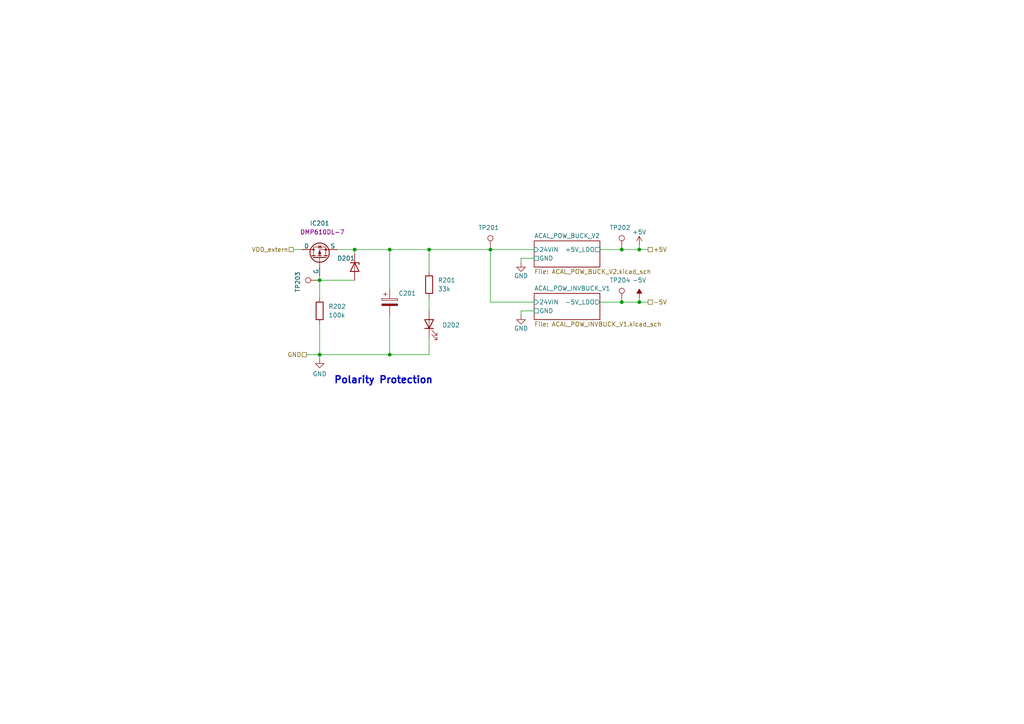
<source format=kicad_sch>
(kicad_sch (version 20231120) (generator "eeschema") (generator_version "8.0")
  (paper "A4")
  (title_block (rev "2") (company "BestSens AG"))
  (lib_symbols
    (symbol "Connector:TestPoint" (pin_numbers hide) (pin_names (offset 0.762) hide)
      (property "Reference" "TP" (at 0 6.858 0))
      (property "Value" "TestPoint" (at 0 5.08 0))
      (symbol "TestPoint_0_1"
        (circle (center 0 3.302) (radius 0.762))
      )
      (symbol "TestPoint_1_1"
        (pin passive line (at 0 0 90) (length 2.54) (name "1") (number "1"))
      )
    )
    (symbol "Device:C_Polarized" (pin_numbers hide) (pin_names (offset 0.254))
      (property "Reference" "C" (at 0.635 2.54 0))
      (property "Value" "C_Polarized" (at 0.635 -2.54 0))
      (symbol "C_Polarized_0_1"
        (rectangle (start -2.286 0.508) (end 2.286 1.016))
        (polyline (pts (xy -1.778 2.286) (xy -0.762 2.286)))
        (polyline (pts (xy -1.27 2.794) (xy -1.27 1.778)))
        (rectangle (start 2.286 -0.508) (end -2.286 -1.016) (fill (type outline)))
      )
      (symbol "C_Polarized_1_1"
        (pin passive line (at 0 3.81 270) (length 2.794) (name "~") (number "1"))
        (pin passive line (at 0 -3.81 90) (length 2.794) (name "~") (number "2"))
      )
    )
    (symbol "Device:D_Zener" (pin_numbers hide) (pin_names (offset 1.016) hide)
      (property "Reference" "D" (at 0 2.54 0))
      (property "Value" "D_Zener" (at 0 -2.54 0))
      (symbol "D_Zener_0_1"
        (polyline (pts (xy 1.27 0) (xy -1.27 0)))
        (polyline (pts (xy -1.27 -1.27) (xy -1.27 1.27) (xy -0.762 1.27)) (stroke (width 0.254)))
        (polyline (pts (xy 1.27 -1.27) (xy 1.27 1.27) (xy -1.27 0) (xy 1.27 -1.27)) (stroke (width 0.254)))
      )
      (symbol "D_Zener_1_1"
        (pin passive line (at -3.81 0 0) (length 2.54) (name "K") (number "1"))
        (pin passive line (at 3.81 0 180) (length 2.54) (name "A") (number "2"))
      )
    )
    (symbol "Device:LED" (pin_numbers hide) (pin_names (offset 1.016) hide)
      (property "Reference" "D" (at 0 2.54 0))
      (property "Value" "LED" (at 0 -2.54 0))
      (symbol "LED_0_1"
        (polyline (pts (xy -1.27 -1.27) (xy -1.27 1.27)) (stroke (width 0.254)))
        (polyline (pts (xy -1.27 0) (xy 1.27 0)))
        (polyline (pts (xy 1.27 -1.27) (xy 1.27 1.27) (xy -1.27 0) (xy 1.27 -1.27)) (stroke (width 0.254)))
        (polyline (pts (xy -3.048 -0.762) (xy -4.572 -2.286) (xy -3.81 -2.286) (xy -4.572 -2.286) (xy -4.572 -1.524)))
        (polyline (pts (xy -1.778 -0.762) (xy -3.302 -2.286) (xy -2.54 -2.286) (xy -3.302 -2.286) (xy -3.302 -1.524)))
      )
      (symbol "LED_1_1"
        (pin passive line (at -3.81 0 0) (length 2.54) (name "K") (number "1"))
        (pin passive line (at 3.81 0 180) (length 2.54) (name "A") (number "2"))
      )
    )
    (symbol "Device:R" (pin_numbers hide) (pin_names (offset 0))
      (property "Reference" "R" (at 2.032 0 90))
      (property "Value" "R" (at 0 0 90))
      (symbol "R_0_1"
        (rectangle (start -1.016 -2.54) (end 1.016 2.54) (stroke (width 0.254)))
      )
      (symbol "R_1_1"
        (pin passive line (at 0 3.81 270) (length 1.27) (name "~") (number "1"))
        (pin passive line (at 0 -3.81 90) (length 1.27) (name "~") (number "2"))
      )
    )
    (symbol "Simulation_SPICE:PMOS" (pin_numbers hide) (pin_names (offset 0))
      (property "Reference" "IC201" (at 0 10.16 90))
      (property "Part Number" "DMP610DL-7 " (at -2.54 8.89 90))
      (symbol "PMOS_0_1"
        (polyline (pts (xy 0.254 0) (xy -2.54 0)))
        (polyline (pts (xy 0.254 1.905) (xy 0.254 -1.905)) (stroke (width 0.254)))
        (polyline (pts (xy 0.762 -1.27) (xy 0.762 -2.286)) (stroke (width 0.254)))
        (polyline (pts (xy 0.762 0.508) (xy 0.762 -0.508)) (stroke (width 0.254)))
        (polyline (pts (xy 0.762 2.286) (xy 0.762 1.27)) (stroke (width 0.254)))
        (polyline (pts (xy 2.54 2.54) (xy 2.54 1.778)))
        (polyline (pts (xy 2.54 -2.54) (xy 2.54 0) (xy 0.762 0)))
        (polyline (pts (xy 0.762 1.778) (xy 3.302 1.778) (xy 3.302 -1.778) (xy 0.762 -1.778)))
        (polyline (pts (xy 2.286 0) (xy 1.27 0.381) (xy 1.27 -0.381) (xy 2.286 0)) (fill (type outline)))
        (polyline (pts (xy 2.794 -0.508) (xy 2.921 -0.381) (xy 3.683 -0.381) (xy 3.81 -0.254)))
        (polyline (pts (xy 3.302 -0.381) (xy 2.921 0.254) (xy 3.683 0.254) (xy 3.302 -0.381)))
        (circle (center 1.651 0) (radius 2.794) (stroke (width 0.254)))
        (circle (center 2.54 -1.778) (radius 0.254) (fill (type outline)))
        (circle (center 2.54 1.778) (radius 0.254) (fill (type outline)))
      )
      (symbol "PMOS_1_1"
        (pin input line (at -5.08 0 0) (length 2.54) (name "G") (number "1"))
        (pin passive line (at 2.54 -5.08 90) (length 2.54) (name "S") (number "2"))
        (pin passive line (at 2.54 5.08 270) (length 2.54) (name "D") (number "3"))
      )
    )
    (symbol "power:+5V" (power) (pin_names (offset 0))
      (property "Value" "+5V" (at 0 3.556 0))
      (symbol "+5V_0_1"
        (polyline (pts (xy -0.762 1.27) (xy 0 2.54)))
        (polyline (pts (xy 0 0) (xy 0 2.54)))
        (polyline (pts (xy 0 2.54) (xy 0.762 1.27)))
      )
      (symbol "+5V_1_1"
        (pin power_in line (at 0 0 90) (length 0) hide (name "+5V") (number "1"))
      )
    )
    (symbol "power:-5V" (power) (pin_names (offset 0))
      (property "Value" "-5V" (at 0 3.81 0))
      (symbol "-5V_0_0"
        (pin power_in line (at 0 0 90) (length 0) hide (name "-5V") (number "1"))
      )
      (symbol "-5V_0_1"
        (polyline (pts (xy 0 0) (xy 0 1.27) (xy 0.762 1.27) (xy 0 2.54) (xy -0.762 1.27) (xy 0 1.27)) (fill (type outline)))
      )
    )
    (symbol "power:GND" (power) (pin_names (offset 0))
      (property "Value" "GND" (at 0 -3.81 0))
      (symbol "GND_0_1"
        (polyline (pts (xy 0 0) (xy 0 -1.27) (xy 1.27 -1.27) (xy 0 -2.54) (xy -1.27 -1.27) (xy 0 -1.27)))
      )
      (symbol "GND_1_1"
        (pin power_in line (at 0 0 270) (length 0) hide (name "GND") (number "1"))
      )
    )
  )
  (junction (at 113.03 102.87))
  (junction (at 92.71 81.28))
  (junction (at 185.42 87.63))
  (junction (at 113.03 72.39))
  (junction (at 180.34 87.63))
  (junction (at 142.24 72.39))
  (junction (at 124.46 72.39))
  (junction (at 102.87 72.39))
  (junction (at 92.71 102.87))
  (junction (at 180.34 72.39))
  (junction (at 185.42 72.39))
  (wire (pts (xy 85.09 72.39) (xy 87.63 72.39)))
  (wire (pts (xy 124.46 86.36) (xy 124.46 90.17)))
  (wire (pts (xy 173.99 72.39) (xy 180.34 72.39)))
  (wire (pts (xy 92.71 93.98) (xy 92.71 102.87)))
  (wire (pts (xy 88.9 102.87) (xy 92.71 102.87)))
  (wire (pts (xy 180.34 87.63) (xy 185.42 87.63)))
  (wire (pts (xy 92.71 80.01) (xy 92.71 81.28)))
  (wire (pts (xy 92.71 81.28) (xy 102.87 81.28)))
  (wire (pts (xy 185.42 86.36) (xy 185.42 87.63)))
  (wire (pts (xy 151.13 90.17) (xy 151.13 91.44)))
  (wire (pts (xy 185.42 71.12) (xy 185.42 72.39)))
  (wire (pts (xy 124.46 72.39) (xy 124.46 78.74)))
  (wire (pts (xy 92.71 104.14) (xy 92.71 102.87)))
  (wire (pts (xy 113.03 91.44) (xy 113.03 102.87)))
  (wire (pts (xy 124.46 97.79) (xy 124.46 102.87)))
  (wire (pts (xy 102.87 72.39) (xy 102.87 73.66)))
  (wire (pts (xy 151.13 90.17) (xy 154.94 90.17)))
  (wire (pts (xy 151.13 74.93) (xy 151.13 76.2)))
  (wire (pts (xy 185.42 87.63) (xy 187.96 87.63)))
  (wire (pts (xy 113.03 102.87) (xy 124.46 102.87)))
  (wire (pts (xy 92.71 81.28) (xy 92.71 86.36)))
  (wire (pts (xy 142.24 72.39) (xy 142.24 87.63)))
  (wire (pts (xy 124.46 72.39) (xy 142.24 72.39)))
  (wire (pts (xy 113.03 72.39) (xy 113.03 83.82)))
  (wire (pts (xy 92.71 102.87) (xy 113.03 102.87)))
  (wire (pts (xy 185.42 72.39) (xy 187.96 72.39)))
  (wire (pts (xy 102.87 72.39) (xy 113.03 72.39)))
  (wire (pts (xy 180.34 72.39) (xy 185.42 72.39)))
  (wire (pts (xy 151.13 74.93) (xy 154.94 74.93)))
  (wire (pts (xy 142.24 72.39) (xy 154.94 72.39)))
  (wire (pts (xy 142.24 87.63) (xy 154.94 87.63)))
  (wire (pts (xy 173.99 87.63) (xy 180.34 87.63)))
  (wire (pts (xy 97.79 72.39) (xy 102.87 72.39)))
  (wire (pts (xy 113.03 72.39) (xy 124.46 72.39)))
  (text "Polarity Protection" (at 96.774 111.506 0) (effects (font (size 2 2) (thickness 0.4) (bold yes)) (justify left bottom)))
  (hierarchical_label "VDD_extern" (shape passive) (at 85.09 72.39 180))
  (hierarchical_label "+5V" (shape passive) (at 187.96 72.39 0))
  (hierarchical_label "GND" (shape passive) (at 88.9 102.87 180))
  (hierarchical_label "-5V" (shape passive) (at 187.96 87.63 0))
  (symbol (lib_id "power:GND") (at 151.13 91.44 0) (unit 1)
    (property "Reference" "#PWR0204" (effects (hide yes)))
    (property "Value" "GND" (at 151.13 95.25 0))
  )
  (symbol (lib_id "Device:D_Zener") (at 102.87 77.47 270) (unit 1)
    (property "Reference" "D201" (at 97.79 74.93 90) (effects (justify left)))
    (property "Value" "*" (effects (hide yes)))
    (property "Footprint" "BestParts_Diodes:D_SOD-323" (effects (hide yes)))
  )
  (symbol (lib_id "power:GND") (at 92.71 104.14 0) (unit 1)
    (property "Reference" "#PWR0205" (effects (hide yes)))
    (property "Value" "GND" (at 92.71 108.458 0))
  )
  (symbol (lib_id "Device:C_Polarized") (at 113.03 87.63 0) (unit 1)
    (property "Reference" "C201" (at 115.57 85.09 0) (effects (justify left)))
    (property "Value" "*" (effects (hide yes)))
    (property "Footprint" "BestParts_Caps:C_1206" (effects (hide yes)))
  )
  (symbol (lib_id "Simulation_SPICE:PMOS") (at 92.71 74.93 90) (unit 1)
    (property "Reference" "IC201" (at 92.71 64.77 90))
    (property "Value" "*" (effects (hide yes)))
    (property "Footprint" "BestParts_ICs:DMP610 - SOT-23-3" (effects (hide yes)))
    (property "Part Number" "DMP610DL-7 " (at 93.98 67.31 90))
  )
  (symbol (lib_id "Device:R") (at 124.46 82.55 0) (unit 1)
    (property "Reference" "R201" (at 127 81.28 0) (effects (justify left)))
    (property "Value" "33k" (at 127 83.82 0) (effects (justify left)))
    (property "Footprint" "BestParts_Resistors:R_0603" (effects (hide yes)))
    (property "Part Number" "Generic" (effects (hide yes)))
  )
  (symbol (lib_id "Connector:TestPoint") (at 142.24 72.39 0) (unit 1)
    (property "Reference" "TP201" (at 144.78 66.04 0) (effects (justify right)))
    (property "Value" "*" (effects (hide yes)))
    (property "Footprint" "TestPoint:TestPoint_THTPad_D2.0mm_Drill1.0mm" (effects (hide yes)))
  )
  (symbol (lib_id "Device:R") (at 92.71 90.17 0) (unit 1)
    (property "Reference" "R202" (at 95.25 88.9 0) (effects (justify left)))
    (property "Value" "100k" (at 95.25 91.44 0) (effects (justify left)))
    (property "Footprint" "BestParts_Resistors:R_0603" (effects (hide yes)))
    (property "Part Number" "Generic" (effects (hide yes)))
  )
  (symbol (lib_id "Connector:TestPoint") (at 92.71 81.28 90) (unit 1)
    (property "Reference" "TP203" (at 86.36 78.74 0) (effects (justify right)))
    (property "Value" "*" (effects (hide yes)))
    (property "Footprint" "TestPoint:TestPoint_Pad_D1.5mm" (effects (hide yes)))
  )
  (symbol (lib_id "Connector:TestPoint") (at 180.34 72.39 0) (unit 1)
    (property "Reference" "TP202" (at 182.88 66.04 0) (effects (justify right)))
    (property "Value" "*" (effects (hide yes)))
    (property "Footprint" "TestPoint:TestPoint_THTPad_D2.0mm_Drill1.0mm" (effects (hide yes)))
  )
  (symbol (lib_id "Connector:TestPoint") (at 180.34 87.63 0) (unit 1)
    (property "Reference" "TP204" (at 182.88 81.28 0) (effects (justify right)))
    (property "Value" "*" (effects (hide yes)))
    (property "Footprint" "TestPoint:TestPoint_THTPad_D2.0mm_Drill1.0mm" (effects (hide yes)))
  )
  (symbol (lib_id "power:+5V") (at 185.42 71.12 0) (unit 1)
    (property "Reference" "#PWR0201" (effects (hide yes)))
    (property "Value" "+5V" (at 185.42 67.31 0))
  )
  (symbol (lib_id "power:-5V") (at 185.42 86.36 0) (unit 1)
    (property "Reference" "#PWR0203" (effects (hide yes)))
    (property "Value" "-5V" (at 185.42 81.28 0))
  )
  (symbol (lib_id "Device:LED") (at 124.46 93.98 90) (unit 1)
    (property "Reference" "D202" (at 128.27 94.2975 90) (effects (justify right)))
    (property "Value" "*" (effects (hide yes)))
    (property "Footprint" "BestParts_Diodes:D_0603" (effects (hide yes)))
  )
  (symbol (lib_id "power:GND") (at 151.13 76.2 0) (unit 1)
    (property "Reference" "#PWR0202" (effects (hide yes)))
    (property "Value" "GND" (at 151.13 80.01 0))
  )
  (sheet (at 154.94 69.85) (size 19.05 7.62) (stroke (width 0.1524))
    (property "Sheetname" "ACAL_POW_BUCK_V2" (at 154.94 69.1384 0) (effects (justify left bottom)))
    (property "Sheetfile" "ACAL_POW_BUCK_V2.kicad_sch" (at 154.94 78.0546 0) (effects (justify left top)))
    (pin "24VIN" input (at 154.94 72.39 180))
    (pin "+5V_LDO" passive (at 173.99 72.39 0))
    (pin "GND" passive (at 154.94 74.93 180))
  )
  (sheet (at 154.94 85.09) (size 19.05 7.62) (stroke (width 0.1524))
    (property "Sheetname" "ACAL_POW_INVBUCK_V1" (at 154.94 84.3784 0) (effects (justify left bottom)))
    (property "Sheetfile" "ACAL_POW_INVBUCK_V1.kicad_sch" (at 154.94 93.2946 0) (effects (justify left top)))
    (pin "GND" passive (at 154.94 90.17 180))
    (pin "24VIN" input (at 154.94 87.63 180))
    (pin "-5V_LDO" output (at 173.99 87.63 0))
  )
)
</source>
